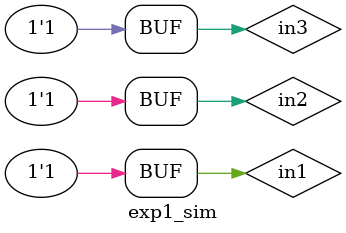
<source format=v>
`timescale 1ns / 1ps


module exp1_sim(
    );
    reg in1, in2, in3;
    wire out;
    
    exp1_behavior dut(.A(in1),.B(in2),.C(in3),.Z(out));
    initial
    begin
    
    //0*(1) = 0.  Expect 0 out for any value of in2 or in3
    in1 = 0;
    in2 = 1;
    in3 = 1;
    #10;
    
    //1*(0) = 0.  Expect 0 out
    in1 = 1;
    in2 = 0;
    in3 = 0;
    #10;
    
        
    //1*(1) = 1.  Expect 1 out
    in1 = 1;
    in2 = 0;
    in3 = 1;
    #10;
    
    //1*(1) = 1.  Expect 1 out
    in1 = 1;
    in2 = 1;
    in3 = 0;
    #10;
    
    //1*(1) = 1.  Expect 1 out
    in1 = 1;
    in2 = 1;
    in3 = 1;
    #10;
    
    end
endmodule

</source>
